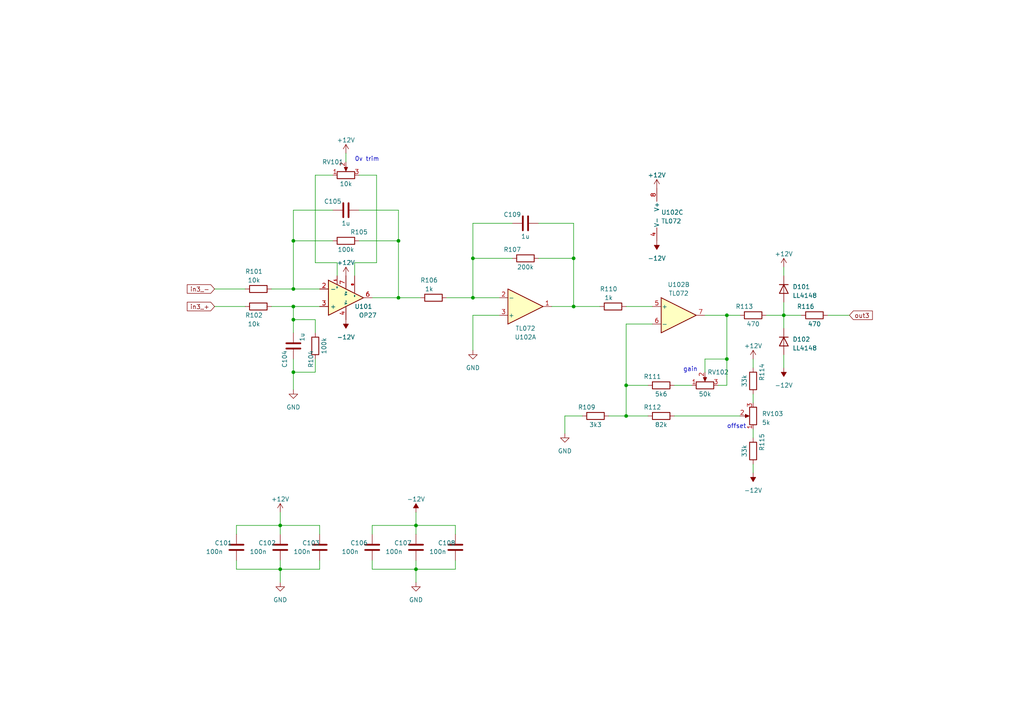
<source format=kicad_sch>
(kicad_sch (version 20230121) (generator eeschema)
  (paper "A4")
  (lib_symbols
    (symbol "Amplifier_Operational:TL072" (pin_names (offset 0.127))
      (property "Reference" "U" (at 0 5.08 0))
      (property "Value" "TL072" (at 0 -5.08 0))
      (symbol "TL072_1_1"
        (polyline (pts (xy -5.08 5.08) (xy 5.08 0) (xy -5.08 -5.08) (xy -5.08 5.08)) (stroke (width 0.254)) (fill (type background)))
        (pin output line (at 7.62 0 180) (length 2.54) (name "~") (number "1"))
        (pin input line (at -7.62 -2.54 0) (length 2.54) (name "-") (number "2"))
        (pin input line (at -7.62 2.54 0) (length 2.54) (name "+") (number "3"))
      )
      (symbol "TL072_2_1"
        (polyline (pts (xy -5.08 5.08) (xy 5.08 0) (xy -5.08 -5.08) (xy -5.08 5.08)) (stroke (width 0.254)) (fill (type background)))
        (pin input line (at -7.62 2.54 0) (length 2.54) (name "+") (number "5"))
        (pin input line (at -7.62 -2.54 0) (length 2.54) (name "-") (number "6"))
        (pin output line (at 7.62 0 180) (length 2.54) (name "~") (number "7"))
      )
      (symbol "TL072_3_1"
        (pin power_in line (at -2.54 -7.62 90) (length 3.81) (name "V-") (number "4"))
        (pin power_in line (at -2.54 7.62 270) (length 3.81) (name "V+") (number "8"))
      )
    )
    (symbol "Device:C" (pin_numbers hide) (pin_names (offset 0.254))
      (property "Reference" "C" (at 0.635 2.54 0))
      (property "Value" "C" (at 0.635 -2.54 0))
      (symbol "C_0_1"
        (polyline (pts (xy -2.032 -0.762) (xy 2.032 -0.762)) (stroke (width 0.508)))
        (polyline (pts (xy -2.032 0.762) (xy 2.032 0.762)) (stroke (width 0.508)))
      )
      (symbol "C_1_1"
        (pin passive line (at 0 3.81 270) (length 2.794) (name "~") (number "1"))
        (pin passive line (at 0 -3.81 90) (length 2.794) (name "~") (number "2"))
      )
    )
    (symbol "Device:R" (pin_numbers hide) (pin_names (offset 0))
      (property "Reference" "R" (at 2.032 0 90))
      (property "Value" "R" (at 0 0 90))
      (symbol "R_0_1"
        (rectangle (start -1.016 -2.54) (end 1.016 2.54) (stroke (width 0.254)))
      )
      (symbol "R_1_1"
        (pin passive line (at 0 3.81 270) (length 1.27) (name "~") (number "1"))
        (pin passive line (at 0 -3.81 90) (length 1.27) (name "~") (number "2"))
      )
    )
    (symbol "Device:R_Potentiometer" (pin_names (offset 1.016) hide)
      (property "Reference" "RV" (at -4.445 0 90))
      (property "Value" "R_Potentiometer" (at -2.54 0 90))
      (symbol "R_Potentiometer_0_1"
        (polyline (pts (xy 2.54 0) (xy 1.524 0)))
        (polyline (pts (xy 1.143 0) (xy 2.286 0.508) (xy 2.286 -0.508) (xy 1.143 0)) (fill (type outline)))
        (rectangle (start 1.016 2.54) (end -1.016 -2.54) (stroke (width 0.254)))
      )
      (symbol "R_Potentiometer_1_1"
        (pin passive line (at 0 3.81 270) (length 1.27) (name "1") (number "1"))
        (pin passive line (at 3.81 0 180) (length 1.27) (name "2") (number "2"))
        (pin passive line (at 0 -3.81 90) (length 1.27) (name "3") (number "3"))
      )
    )
    (symbol "Diode:LL4148" (pin_numbers hide) (pin_names hide)
      (property "Reference" "D" (at 0 2.54 0))
      (property "Value" "LL4148" (at 0 -2.54 0))
      (symbol "LL4148_0_1"
        (polyline (pts (xy -1.27 1.27) (xy -1.27 -1.27)) (stroke (width 0.254)))
        (polyline (pts (xy 1.27 0) (xy -1.27 0)))
        (polyline (pts (xy 1.27 1.27) (xy 1.27 -1.27) (xy -1.27 0) (xy 1.27 1.27)) (stroke (width 0.254)))
      )
      (symbol "LL4148_1_1"
        (pin passive line (at -3.81 0 0) (length 2.54) (name "K") (number "1"))
        (pin passive line (at 3.81 0 180) (length 2.54) (name "A") (number "2"))
      )
    )
    (symbol "pff_ic:LT1677"
      (property "Reference" "U" (at 7.62 -5.08 0))
      (property "Value" "LT1677" (at 0 0 0))
      (symbol "LT1677_0_1"
        (polyline (pts (xy -3.81 5.08) (xy 6.35 0) (xy -3.81 -5.08) (xy -3.81 5.08)) (stroke (width 0.254)) (fill (type background)))
      )
      (symbol "LT1677_1_1"
        (pin input line (at -1.27 6.35 270) (length 2.5) (name "TRIM1") (number "1"))
        (pin input line (at -6.35 2.54 0) (length 2.54) (name "-") (number "2"))
        (pin input line (at -6.35 -2.54 0) (length 2.54) (name "+") (number "3"))
        (pin power_in line (at 1.27 -6.35 90) (length 3.81) (name "V-") (number "4"))
        (pin no_connect line (at -1.27 -5.08 90) (length 1.27) hide (name "NC") (number "5"))
        (pin output line (at 8.89 0 180) (length 2.54) (name "~") (number "6"))
        (pin power_in line (at 1.27 6.35 270) (length 3.81) (name "V+") (number "7"))
        (pin input line (at 3.81 6.35 270) (length 5) (name "TRIM8") (number "8"))
      )
    )
    (symbol "power:+12V" (power) (pin_names (offset 0))
      (property "Value" "+12V" (at 0 3.556 0))
      (symbol "+12V_0_1"
        (polyline (pts (xy -0.762 1.27) (xy 0 2.54)))
        (polyline (pts (xy 0 0) (xy 0 2.54)))
        (polyline (pts (xy 0 2.54) (xy 0.762 1.27)))
      )
      (symbol "+12V_1_1"
        (pin power_in line (at 0 0 90) (length 0) hide (name "+12V") (number "1"))
      )
    )
    (symbol "power:-12V" (power) (pin_names (offset 0))
      (property "Value" "-12V" (at 0 3.81 0))
      (symbol "-12V_0_0"
        (pin power_in line (at 0 0 90) (length 0) hide (name "-12V") (number "1"))
      )
      (symbol "-12V_0_1"
        (polyline (pts (xy 0 0) (xy 0 1.27) (xy 0.762 1.27) (xy 0 2.54) (xy -0.762 1.27) (xy 0 1.27)) (fill (type outline)))
      )
    )
    (symbol "power:GND" (power) (pin_names (offset 0))
      (property "Value" "GND" (at 0 -3.81 0))
      (symbol "GND_0_1"
        (polyline (pts (xy 0 0) (xy 0 -1.27) (xy 1.27 -1.27) (xy 0 -2.54) (xy -1.27 -1.27) (xy 0 -1.27)))
      )
      (symbol "GND_1_1"
        (pin power_in line (at 0 0 270) (length 0) hide (name "GND") (number "1"))
      )
    )
  )
  (junction (at 81.28 152.4))
  (junction (at 115.57 86.36))
  (junction (at 210.82 104.14))
  (junction (at 85.09 69.85))
  (junction (at 85.09 83.82))
  (junction (at 85.09 107.95))
  (junction (at 120.65 165.1))
  (junction (at 115.57 69.85))
  (junction (at 137.16 86.36))
  (junction (at 227.33 91.44))
  (junction (at 166.37 88.9))
  (junction (at 85.09 88.9))
  (junction (at 137.16 74.93))
  (junction (at 181.61 120.65))
  (junction (at 166.37 74.93))
  (junction (at 120.65 152.4))
  (junction (at 85.09 92.71))
  (junction (at 181.61 111.76))
  (junction (at 210.82 91.44))
  (junction (at 81.28 165.1))
  (wire (pts (xy 85.09 88.9) (xy 92.71 88.9)))
  (wire (pts (xy 120.65 162.56) (xy 120.65 165.1)))
  (wire (pts (xy 115.57 86.36) (xy 107.95 86.36)))
  (wire (pts (xy 195.58 111.76) (xy 200.66 111.76)))
  (wire (pts (xy 120.65 165.1) (xy 120.65 168.91)))
  (wire (pts (xy 181.61 93.98) (xy 189.23 93.98)))
  (wire (pts (xy 210.82 91.44) (xy 214.63 91.44)))
  (wire (pts (xy 78.74 83.82) (xy 85.09 83.82)))
  (wire (pts (xy 109.22 76.2) (xy 102.87 76.2)))
  (wire (pts (xy 62.23 88.9) (xy 71.12 88.9)))
  (wire (pts (xy 204.47 107.95) (xy 204.47 104.14)))
  (wire (pts (xy 104.14 50.8) (xy 109.22 50.8)))
  (wire (pts (xy 91.44 96.52) (xy 91.44 92.71)))
  (wire (pts (xy 115.57 60.96) (xy 115.57 69.85)))
  (wire (pts (xy 144.78 91.44) (xy 137.16 91.44)))
  (wire (pts (xy 85.09 83.82) (xy 92.71 83.82)))
  (wire (pts (xy 195.58 120.65) (xy 214.63 120.65)))
  (wire (pts (xy 160.02 88.9) (xy 166.37 88.9)))
  (wire (pts (xy 227.33 102.87) (xy 227.33 106.68)))
  (wire (pts (xy 68.58 162.56) (xy 68.58 165.1)))
  (wire (pts (xy 227.33 77.47) (xy 227.33 80.01)))
  (wire (pts (xy 129.54 86.36) (xy 137.16 86.36)))
  (wire (pts (xy 81.28 154.94) (xy 81.28 152.4)))
  (wire (pts (xy 81.28 152.4) (xy 92.71 152.4)))
  (wire (pts (xy 91.44 107.95) (xy 91.44 104.14)))
  (wire (pts (xy 104.14 69.85) (xy 115.57 69.85)))
  (wire (pts (xy 91.44 76.2) (xy 97.79 76.2)))
  (wire (pts (xy 222.25 91.44) (xy 227.33 91.44)))
  (wire (pts (xy 148.59 64.77) (xy 137.16 64.77)))
  (wire (pts (xy 218.44 114.3) (xy 218.44 116.84)))
  (wire (pts (xy 115.57 86.36) (xy 121.92 86.36)))
  (wire (pts (xy 218.44 124.46) (xy 218.44 127)))
  (wire (pts (xy 85.09 96.52) (xy 85.09 92.71)))
  (wire (pts (xy 166.37 64.77) (xy 166.37 74.93)))
  (wire (pts (xy 227.33 91.44) (xy 227.33 95.25)))
  (wire (pts (xy 181.61 120.65) (xy 187.96 120.65)))
  (wire (pts (xy 107.95 152.4) (xy 120.65 152.4)))
  (wire (pts (xy 107.95 162.56) (xy 107.95 165.1)))
  (wire (pts (xy 107.95 154.94) (xy 107.95 152.4)))
  (wire (pts (xy 181.61 88.9) (xy 189.23 88.9)))
  (wire (pts (xy 115.57 69.85) (xy 115.57 86.36)))
  (wire (pts (xy 96.52 60.96) (xy 85.09 60.96)))
  (wire (pts (xy 120.65 152.4) (xy 120.65 154.94)))
  (wire (pts (xy 92.71 162.56) (xy 92.71 165.1)))
  (wire (pts (xy 96.52 50.8) (xy 91.44 50.8)))
  (wire (pts (xy 168.91 120.65) (xy 163.83 120.65)))
  (wire (pts (xy 81.28 165.1) (xy 92.71 165.1)))
  (wire (pts (xy 208.28 111.76) (xy 210.82 111.76)))
  (wire (pts (xy 240.03 91.44) (xy 246.38 91.44)))
  (wire (pts (xy 78.74 88.9) (xy 85.09 88.9)))
  (wire (pts (xy 137.16 74.93) (xy 137.16 86.36)))
  (wire (pts (xy 92.71 154.94) (xy 92.71 152.4)))
  (wire (pts (xy 91.44 50.8) (xy 91.44 76.2)))
  (wire (pts (xy 97.79 76.2) (xy 97.79 80.01)))
  (wire (pts (xy 210.82 91.44) (xy 204.47 91.44)))
  (wire (pts (xy 210.82 104.14) (xy 210.82 91.44)))
  (wire (pts (xy 210.82 111.76) (xy 210.82 104.14)))
  (wire (pts (xy 156.21 74.93) (xy 166.37 74.93)))
  (wire (pts (xy 85.09 60.96) (xy 85.09 69.85)))
  (wire (pts (xy 156.21 64.77) (xy 166.37 64.77)))
  (wire (pts (xy 132.08 154.94) (xy 132.08 152.4)))
  (wire (pts (xy 68.58 154.94) (xy 68.58 152.4)))
  (wire (pts (xy 227.33 87.63) (xy 227.33 91.44)))
  (wire (pts (xy 218.44 104.14) (xy 218.44 106.68)))
  (wire (pts (xy 120.65 148.59) (xy 120.65 152.4)))
  (wire (pts (xy 62.23 83.82) (xy 71.12 83.82)))
  (wire (pts (xy 107.95 165.1) (xy 120.65 165.1)))
  (wire (pts (xy 120.65 152.4) (xy 132.08 152.4)))
  (wire (pts (xy 85.09 107.95) (xy 91.44 107.95)))
  (wire (pts (xy 85.09 107.95) (xy 85.09 113.03)))
  (wire (pts (xy 204.47 104.14) (xy 210.82 104.14)))
  (wire (pts (xy 68.58 165.1) (xy 81.28 165.1)))
  (wire (pts (xy 181.61 120.65) (xy 176.53 120.65)))
  (wire (pts (xy 68.58 152.4) (xy 81.28 152.4)))
  (wire (pts (xy 85.09 69.85) (xy 85.09 83.82)))
  (wire (pts (xy 120.65 165.1) (xy 132.08 165.1)))
  (wire (pts (xy 102.87 76.2) (xy 102.87 80.01)))
  (wire (pts (xy 85.09 92.71) (xy 85.09 88.9)))
  (wire (pts (xy 181.61 111.76) (xy 181.61 93.98)))
  (wire (pts (xy 85.09 104.14) (xy 85.09 107.95)))
  (wire (pts (xy 166.37 74.93) (xy 166.37 88.9)))
  (wire (pts (xy 132.08 162.56) (xy 132.08 165.1)))
  (wire (pts (xy 81.28 148.59) (xy 81.28 152.4)))
  (wire (pts (xy 137.16 74.93) (xy 148.59 74.93)))
  (wire (pts (xy 137.16 86.36) (xy 144.78 86.36)))
  (wire (pts (xy 181.61 111.76) (xy 181.61 120.65)))
  (wire (pts (xy 100.33 44.45) (xy 100.33 46.99)))
  (wire (pts (xy 227.33 91.44) (xy 232.41 91.44)))
  (wire (pts (xy 137.16 91.44) (xy 137.16 101.6)))
  (wire (pts (xy 218.44 134.62) (xy 218.44 137.16)))
  (wire (pts (xy 81.28 162.56) (xy 81.28 165.1)))
  (wire (pts (xy 85.09 69.85) (xy 96.52 69.85)))
  (wire (pts (xy 187.96 111.76) (xy 181.61 111.76)))
  (wire (pts (xy 109.22 50.8) (xy 109.22 76.2)))
  (wire (pts (xy 81.28 165.1) (xy 81.28 168.91)))
  (wire (pts (xy 166.37 88.9) (xy 173.99 88.9)))
  (wire (pts (xy 104.14 60.96) (xy 115.57 60.96)))
  (wire (pts (xy 137.16 64.77) (xy 137.16 74.93)))
  (wire (pts (xy 163.83 120.65) (xy 163.83 125.73)))
  (wire (pts (xy 91.44 92.71) (xy 85.09 92.71)))
  (text "gain" (at 198.12 107.95 0) (effects (font (size 1.27 1.27)) (justify left bottom)))
  (text "offset" (at 210.82 124.46 0) (effects (font (size 1.27 1.27)) (justify left bottom)))
  (text "0v trim" (at 102.87 46.99 0) (effects (font (size 1.27 1.27)) (justify left bottom)))
  (global_label "in3_-" (shape input) (at 62.23 83.82 180) (property "Intersheetrefs" "${INTERSHEET_REFS}" (effects hide)))
  (global_label "out3" (shape input) (at 246.38 91.44 0) (property "Intersheetrefs" "${INTERSHEET_REFS}" (effects hide)))
  (global_label "in3_+" (shape input) (at 62.23 88.9 180) (property "Intersheetrefs" "${INTERSHEET_REFS}" (effects hide)))
  (symbol (lib_id "Device:C") (at 92.71 158.75 0) (unit 1)
    (property "Reference" "C103" (at 87.63 157.48 0) (effects (justify left)))
    (property "Value" "100n" (at 85.09 160.02 0) (effects (justify left)))
    (property "Footprint" "Capacitor_THT:C_Rect_L7.2mm_W4.5mm_P5.00mm_FKS2_FKP2_MKS2_MKP2" (effects hide))
    (instances (project "amp_green_island" (path "" (reference "C103") (unit 1)) (path "" (reference "C306") (unit 1))))
  )
  (symbol (lib_id "power:+12V") (at 100.33 44.45 0) (unit 1)
    (property "Reference" "#PWR0104" (effects hide))
    (property "Value" "+12V" (at 100.33 40.64 0))
    (instances (project "amp_green_island" (path "" (reference "#PWR0104") (unit 1)) (path "" (reference "#PWR0302") (unit 1))))
  )
  (symbol (lib_id "Device:R_Potentiometer") (at 100.33 50.8 90) (unit 1)
    (property "Reference" "RV101" (at 96.52 46.99 90))
    (property "Value" "10k" (at 100.33 53.34 90))
    (property "Footprint" "Potentiometer_SMD:Potentiometer_Bourns_3314G_Vertical" (effects hide))
    (instances (project "amp_green_island" (path "" (reference "RV101") (unit 1)) (path "" (reference "RV301") (unit 1))))
  )
  (symbol (lib_id "power:-12V") (at 120.65 148.59 0) (unit 1)
    (property "Reference" "#PWR0107" (effects hide))
    (property "Value" "-12V" (at 120.65 144.78 0))
    (instances (project "amp_green_island" (path "" (reference "#PWR0107") (unit 1)) (path "" (reference "#PWR0315") (unit 1))))
  )
  (symbol (lib_id "Device:R_Potentiometer") (at 218.44 120.65 180) (unit 1)
    (property "Reference" "RV103" (at 220.98 120.015 0) (effects (justify right)))
    (property "Value" "5k" (at 220.98 122.555 0) (effects (justify right)))
    (property "Footprint" "Potentiometer_SMD:Potentiometer_Bourns_3314G_Vertical" (effects hide))
    (instances (project "amp_green_island" (path "" (reference "RV103") (unit 1)) (path "" (reference "RV303") (unit 1))))
  )
  (symbol (lib_id "Device:R") (at 218.44 130.81 0) (unit 1)
    (property "Reference" "R115" (at 220.98 128.27 90))
    (property "Value" "33k" (at 215.9 130.81 90))
    (property "Footprint" "Resistor_SMD:R_MELF_MMB-0207" (effects hide))
    (instances (project "amp_green_island" (path "" (reference "R115") (unit 1)) (path "" (reference "R313") (unit 1))))
  )
  (symbol (lib_id "Device:C") (at 68.58 158.75 0) (unit 1)
    (property "Reference" "C101" (at 62.23 157.48 0) (effects (justify left)))
    (property "Value" "100n" (at 59.69 160.02 0) (effects (justify left)))
    (property "Footprint" "Capacitor_SMD:C_0805_2012Metric_Pad1.18x1.45mm_HandSolder" (effects hide))
    (instances (project "amp_green_island" (path "" (reference "C101") (unit 1)) (path "" (reference "C304") (unit 1))))
  )
  (symbol (lib_id "Device:R") (at 177.8 88.9 90) (unit 1)
    (property "Reference" "R110" (at 176.53 83.82 90))
    (property "Value" "1k" (at 176.53 86.36 90))
    (property "Footprint" "Resistor_SMD:R_0805_2012Metric_Pad1.20x1.40mm_HandSolder" (effects hide))
    (instances (project "amp_green_island" (path "" (reference "R110") (unit 1)) (path "" (reference "R308") (unit 1))))
  )
  (symbol (lib_id "Diode:LL4148") (at 227.33 83.82 270) (unit 1)
    (property "Reference" "D101" (at 229.87 83.185 90) (effects (justify left)))
    (property "Value" "LL4148" (at 229.87 85.725 90) (effects (justify left)))
    (property "Footprint" "Diode_SMD:D_MiniMELF" (effects hide))
    (property "Datasheet" "http://www.vishay.com/docs/85557/ll4148.pdf" (effects hide))
    (property "Sim.Device" "D" (effects hide))
    (property "Sim.Pins" "1=K 2=A" (effects hide))
    (instances (project "amp_green_island" (path "" (reference "D101") (unit 1)) (path "" (reference "D301") (unit 1))))
  )
  (symbol (lib_id "Device:C") (at 81.28 158.75 0) (unit 1)
    (property "Reference" "C102" (at 74.93 157.48 0) (effects (justify left)))
    (property "Value" "100n" (at 72.39 160.02 0) (effects (justify left)))
    (property "Footprint" "Capacitor_SMD:C_0805_2012Metric_Pad1.18x1.45mm_HandSolder" (effects hide))
    (instances (project "amp_green_island" (path "" (reference "C102") (unit 1)) (path "" (reference "C305") (unit 1))))
  )
  (symbol (lib_id "Device:R") (at 74.93 83.82 90) (unit 1)
    (property "Reference" "R101" (at 73.66 78.74 90))
    (property "Value" "10k" (at 73.66 81.28 90))
    (property "Footprint" "Resistor_SMD:R_0805_2012Metric_Pad1.20x1.40mm_HandSolder" (effects hide))
    (instances (project "amp_green_island" (path "" (reference "R101") (unit 1)) (path "" (reference "R301") (unit 1))))
  )
  (symbol (lib_id "Device:R_Potentiometer") (at 204.47 111.76 90) (unit 1)
    (property "Reference" "RV102" (at 208.28 107.95 90))
    (property "Value" "50k" (at 204.47 114.3 90))
    (property "Footprint" "Potentiometer_SMD:Potentiometer_Bourns_3314G_Vertical" (effects hide))
    (instances (project "amp_green_island" (path "" (reference "RV102") (unit 1)) (path "" (reference "RV302") (unit 1))))
  )
  (symbol (lib_id "Device:R") (at 236.22 91.44 90) (unit 1)
    (property "Reference" "R116" (at 233.68 88.9 90))
    (property "Value" "470" (at 236.22 93.98 90))
    (property "Footprint" "Resistor_SMD:R_MELF_MMB-0207" (effects hide))
    (instances (project "amp_green_island" (path "" (reference "R116") (unit 1)) (path "" (reference "R314") (unit 1))))
  )
  (symbol (lib_id "power:-12V") (at 190.5 69.85 180) (unit 1)
    (property "Reference" "#PWR0112" (effects hide))
    (property "Value" "-12V" (at 190.5 74.93 0))
    (instances (project "amp_green_island" (path "" (reference "#PWR0112") (unit 1)) (path "" (reference "#PWR0308") (unit 1))))
  )
  (symbol (lib_id "power:GND") (at 163.83 125.73 0) (unit 1)
    (property "Reference" "#PWR0110" (effects hide))
    (property "Value" "GND" (at 163.83 130.81 0))
    (instances (project "amp_green_island" (path "" (reference "#PWR0110") (unit 1)) (path "" (reference "#PWR0306") (unit 1))))
  )
  (symbol (lib_id "Device:C") (at 107.95 158.75 0) (unit 1)
    (property "Reference" "C106" (at 101.6 157.48 0) (effects (justify left)))
    (property "Value" "100n" (at 99.06 160.02 0) (effects (justify left)))
    (property "Footprint" "Capacitor_SMD:C_0805_2012Metric_Pad1.18x1.45mm_HandSolder" (effects hide))
    (instances (project "amp_green_island" (path "" (reference "C106") (unit 1)) (path "" (reference "C307") (unit 1))))
  )
  (symbol (lib_id "Device:R") (at 152.4 74.93 90) (unit 1)
    (property "Reference" "R107" (at 148.59 72.39 90))
    (property "Value" "200k" (at 152.4 77.47 90))
    (property "Footprint" "Resistor_SMD:R_MiniMELF_MMA-0204" (effects hide))
    (instances (project "amp_green_island" (path "" (reference "R107") (unit 1)) (path "" (reference "R306") (unit 1))))
  )
  (symbol (lib_id "power:GND") (at 81.28 168.91 0) (unit 1)
    (property "Reference" "#PWR0102" (effects hide))
    (property "Value" "GND" (at 81.28 173.99 0))
    (instances (project "amp_green_island" (path "" (reference "#PWR0102") (unit 1)) (path "" (reference "#PWR0314") (unit 1))))
  )
  (symbol (lib_id "power:-12V") (at 227.33 106.68 180) (unit 1)
    (property "Reference" "#PWR0116" (effects hide))
    (property "Value" "-12V" (at 227.33 111.76 0))
    (instances (project "amp_green_island" (path "" (reference "#PWR0116") (unit 1)) (path "" (reference "#PWR0312") (unit 1))))
  )
  (symbol (lib_id "power:GND") (at 137.16 101.6 0) (unit 1)
    (property "Reference" "#PWR0109" (effects hide))
    (property "Value" "GND" (at 137.16 106.68 0))
    (instances (project "amp_green_island" (path "" (reference "#PWR0109") (unit 1)) (path "" (reference "#PWR0305") (unit 1))))
  )
  (symbol (lib_id "Device:R") (at 191.77 120.65 90) (unit 1)
    (property "Reference" "R112" (at 189.23 118.11 90))
    (property "Value" "82k" (at 191.77 123.19 90))
    (property "Footprint" "Resistor_SMD:R_0805_2012Metric_Pad1.20x1.40mm_HandSolder" (effects hide))
    (instances (project "amp_green_island" (path "" (reference "R112") (unit 1)) (path "" (reference "R310") (unit 1))))
  )
  (symbol (lib_id "power:+12V") (at 227.33 77.47 0) (unit 1)
    (property "Reference" "#PWR0115" (effects hide))
    (property "Value" "+12V" (at 227.33 73.66 0))
    (instances (project "amp_green_island" (path "" (reference "#PWR0115") (unit 1)) (path "" (reference "#PWR0311") (unit 1))))
  )
  (symbol (lib_id "Device:R") (at 172.72 120.65 90) (unit 1)
    (property "Reference" "R109" (at 170.18 118.11 90))
    (property "Value" "3k3" (at 172.72 123.19 90))
    (property "Footprint" "Resistor_SMD:R_MiniMELF_MMA-0204" (effects hide))
    (instances (project "amp_green_island" (path "" (reference "R109") (unit 1)) (path "" (reference "R307") (unit 1))))
  )
  (symbol (lib_id "Device:R") (at 91.44 100.33 180) (unit 1)
    (property "Reference" "R104" (at 90.17 104.14 90))
    (property "Value" "100k" (at 93.98 100.33 90))
    (property "Footprint" "Resistor_SMD:R_0805_2012Metric_Pad1.20x1.40mm_HandSolder" (effects hide))
    (instances (project "amp_green_island" (path "" (reference "R104") (unit 1)) (path "" (reference "R303") (unit 1))))
  )
  (symbol (lib_id "power:+12V") (at 100.33 80.01 0) (unit 1)
    (property "Reference" "#PWR0105" (effects hide))
    (property "Value" "+12V" (at 100.33 76.2 0))
    (instances (project "amp_green_island" (path "" (reference "#PWR0105") (unit 1)) (path "" (reference "#PWR0303") (unit 1))))
  )
  (symbol (lib_id "Device:R") (at 218.44 91.44 90) (unit 1)
    (property "Reference" "R113" (at 215.9 88.9 90))
    (property "Value" "470" (at 218.44 93.98 90))
    (property "Footprint" "Resistor_SMD:R_MELF_MMB-0207" (effects hide))
    (instances (project "amp_green_island" (path "" (reference "R113") (unit 1)) (path "" (reference "R311") (unit 1))))
  )
  (symbol (lib_id "Device:C") (at 100.33 60.96 90) (unit 1)
    (property "Reference" "C105" (at 96.52 58.42 90))
    (property "Value" "1u" (at 100.33 64.77 90))
    (property "Footprint" "Capacitor_THT:C_Rect_L7.2mm_W7.2mm_P5.00mm_FKS2_FKP2_MKS2_MKP2" (effects hide))
    (instances (project "amp_green_island" (path "" (reference "C105") (unit 1)) (path "" (reference "C302") (unit 1))))
  )
  (symbol (lib_id "Device:R") (at 74.93 88.9 90) (unit 1)
    (property "Reference" "R102" (at 73.66 91.44 90))
    (property "Value" "10k" (at 73.66 93.98 90))
    (property "Footprint" "Resistor_SMD:R_0805_2012Metric_Pad1.20x1.40mm_HandSolder" (effects hide))
    (instances (project "amp_green_island" (path "" (reference "R102") (unit 1)) (path "" (reference "R302") (unit 1))))
  )
  (symbol (lib_id "Device:R") (at 218.44 110.49 0) (unit 1)
    (property "Reference" "R114" (at 220.98 107.95 90))
    (property "Value" "33k" (at 215.9 110.49 90))
    (property "Footprint" "Resistor_SMD:R_MELF_MMB-0207" (effects hide))
    (instances (project "amp_green_island" (path "" (reference "R114") (unit 1)) (path "" (reference "R312") (unit 1))))
  )
  (symbol (lib_id "power:+12V") (at 218.44 104.14 0) (unit 1)
    (property "Reference" "#PWR0113" (effects hide))
    (property "Value" "+12V" (at 218.44 100.33 0))
    (instances (project "amp_green_island" (path "" (reference "#PWR0113") (unit 1)) (path "" (reference "#PWR0309") (unit 1))))
  )
  (symbol (lib_id "Amplifier_Operational:TL072") (at 152.4 88.9 0) (mirror x) (unit 1)
    (property "Reference" "U102" (at 152.4 97.79 0))
    (property "Value" "TL072" (at 152.4 95.25 0))
    (property "Footprint" "Package_SO:SOIC-8-1EP_3.9x4.9mm_P1.27mm_EP2.41x3.81mm_ThermalVias" (effects hide))
    (property "Datasheet" "http://www.ti.com/lit/ds/symlink/tl071.pdf" (effects hide))
    (instances (project "amp_green_island" (path "" (reference "U102") (unit 1)) (path "" (reference "U302") (unit 1))))
  )
  (symbol (lib_id "power:-12V") (at 100.33 92.71 180) (unit 1)
    (property "Reference" "#PWR0106" (effects hide))
    (property "Value" "-12V" (at 100.33 97.79 0))
    (instances (project "amp_green_island" (path "" (reference "#PWR0106") (unit 1)) (path "" (reference "#PWR0304") (unit 1))))
  )
  (symbol (lib_id "power:+12V") (at 190.5 54.61 0) (unit 1)
    (property "Reference" "#PWR0111" (effects hide))
    (property "Value" "+12V" (at 190.5 50.8 0))
    (instances (project "amp_green_island" (path "" (reference "#PWR0111") (unit 1)) (path "" (reference "#PWR0307") (unit 1))))
  )
  (symbol (lib_id "Device:R") (at 191.77 111.76 90) (unit 1)
    (property "Reference" "R111" (at 189.23 109.22 90))
    (property "Value" "5k6" (at 191.77 114.3 90))
    (property "Footprint" "Resistor_SMD:R_0805_2012Metric_Pad1.20x1.40mm_HandSolder" (effects hide))
    (instances (project "amp_green_island" (path "" (reference "R111") (unit 1)) (path "" (reference "R309") (unit 1))))
  )
  (symbol (lib_id "Device:C") (at 85.09 100.33 180) (unit 1)
    (property "Reference" "C104" (at 82.55 104.14 90))
    (property "Value" "1u" (at 87.63 97.79 90))
    (property "Footprint" "Capacitor_THT:C_Rect_L7.2mm_W7.2mm_P5.00mm_FKS2_FKP2_MKS2_MKP2" (effects hide))
    (instances (project "amp_green_island" (path "" (reference "C104") (unit 1)) (path "" (reference "C301") (unit 1))))
  )
  (symbol (lib_id "power:GND") (at 85.09 113.03 0) (unit 1)
    (property "Reference" "#PWR0103" (effects hide))
    (property "Value" "GND" (at 85.09 118.11 0))
    (instances (project "amp_green_island" (path "" (reference "#PWR0103") (unit 1)) (path "" (reference "#PWR0301") (unit 1))))
  )
  (symbol (lib_id "Device:C") (at 120.65 158.75 0) (unit 1)
    (property "Reference" "C107" (at 114.3 157.48 0) (effects (justify left)))
    (property "Value" "100n" (at 111.76 160.02 0) (effects (justify left)))
    (property "Footprint" "Capacitor_SMD:C_0805_2012Metric_Pad1.18x1.45mm_HandSolder" (effects hide))
    (instances (project "amp_green_island" (path "" (reference "C107") (unit 1)) (path "" (reference "C308") (unit 1))))
  )
  (symbol (lib_id "Diode:LL4148") (at 227.33 99.06 270) (unit 1)
    (property "Reference" "D102" (at 229.87 98.425 90) (effects (justify left)))
    (property "Value" "LL4148" (at 229.87 100.965 90) (effects (justify left)))
    (property "Footprint" "Diode_SMD:D_MiniMELF" (effects hide))
    (property "Datasheet" "http://www.vishay.com/docs/85557/ll4148.pdf" (effects hide))
    (property "Sim.Device" "D" (effects hide))
    (property "Sim.Pins" "1=K 2=A" (effects hide))
    (instances (project "amp_green_island" (path "" (reference "D102") (unit 1)) (path "" (reference "D302") (unit 1))))
  )
  (symbol (lib_id "Amplifier_Operational:TL072") (at 193.04 62.23 0) (unit 3)
    (property "Reference" "U102" (at 191.77 61.595 0) (effects (justify left)))
    (property "Value" "TL072" (at 191.77 64.135 0) (effects (justify left)))
    (property "Footprint" "Package_SO:SOIC-8-1EP_3.9x4.9mm_P1.27mm_EP2.41x3.81mm_ThermalVias" (effects hide))
    (property "Datasheet" "http://www.ti.com/lit/ds/symlink/tl071.pdf" (effects hide))
    (instances (project "amp_green_island" (path "" (reference "U102") (unit 3)) (path "" (reference "U302") (unit 3))))
  )
  (symbol (lib_id "power:-12V") (at 218.44 137.16 180) (unit 1)
    (property "Reference" "#PWR0114" (effects hide))
    (property "Value" "-12V" (at 218.44 142.24 0))
    (instances (project "amp_green_island" (path "" (reference "#PWR0114") (unit 1)) (path "" (reference "#PWR0310") (unit 1))))
  )
  (symbol (lib_id "Device:C") (at 132.08 158.75 0) (unit 1)
    (property "Reference" "C108" (at 127 157.48 0) (effects (justify left)))
    (property "Value" "100n" (at 124.46 160.02 0) (effects (justify left)))
    (property "Footprint" "Capacitor_THT:C_Rect_L7.2mm_W4.5mm_P5.00mm_FKS2_FKP2_MKS2_MKP2" (effects hide))
    (instances (project "amp_green_island" (path "" (reference "C108") (unit 1)) (path "" (reference "C309") (unit 1))))
  )
  (symbol (lib_id "Device:R") (at 100.33 69.85 270) (mirror x) (unit 1)
    (property "Reference" "R105" (at 104.14 67.31 90))
    (property "Value" "100k" (at 100.33 72.39 90))
    (property "Footprint" "Resistor_SMD:R_0805_2012Metric_Pad1.20x1.40mm_HandSolder" (effects hide))
    (instances (project "amp_green_island" (path "" (reference "R105") (unit 1)) (path "" (reference "R304") (unit 1))))
  )
  (symbol (lib_id "Device:R") (at 125.73 86.36 90) (unit 1)
    (property "Reference" "R106" (at 124.46 81.28 90))
    (property "Value" "1k" (at 124.46 83.82 90))
    (property "Footprint" "Resistor_SMD:R_0805_2012Metric_Pad1.20x1.40mm_HandSolder" (effects hide))
    (instances (project "amp_green_island" (path "" (reference "R106") (unit 1)) (path "" (reference "R305") (unit 1))))
  )
  (symbol (lib_id "power:GND") (at 120.65 168.91 0) (unit 1)
    (property "Reference" "#PWR0108" (effects hide))
    (property "Value" "GND" (at 120.65 173.99 0))
    (instances (project "amp_green_island" (path "" (reference "#PWR0108") (unit 1)) (path "" (reference "#PWR0316") (unit 1))))
  )
  (symbol (lib_id "pff_ic:LT1677") (at 99.06 86.36 0) (unit 1)
    (property "Reference" "U101" (at 105.41 88.9 0))
    (property "Value" "OP27" (at 106.68 91.44 0))
    (property "Footprint" "Package_SO:SO-8_3.9x4.9mm_P1.27mm" (effects hide))
    (property "Datasheet" "https://www.analog.com/media/en/technical-documentation/data-sheets/1677fa.pdf" (effects hide))
    (instances (project "amp_green_island" (path "" (reference "U101") (unit 1)) (path "" (reference "U301") (unit 1))))
  )
  (symbol (lib_id "Amplifier_Operational:TL072") (at 196.85 91.44 0) (unit 2)
    (property "Reference" "U102" (at 196.85 82.55 0))
    (property "Value" "TL072" (at 196.85 85.09 0))
    (property "Footprint" "Package_SO:SOIC-8-1EP_3.9x4.9mm_P1.27mm_EP2.41x3.81mm_ThermalVias" (effects hide))
    (property "Datasheet" "http://www.ti.com/lit/ds/symlink/tl071.pdf" (effects hide))
    (instances (project "amp_green_island" (path "" (reference "U102") (unit 2)) (path "" (reference "U302") (unit 2))))
  )
  (symbol (lib_id "power:+12V") (at 81.28 148.59 0) (unit 1)
    (property "Reference" "#PWR0101" (effects hide))
    (property "Value" "+12V" (at 81.28 144.78 0))
    (instances (project "amp_green_island" (path "" (reference "#PWR0101") (unit 1)) (path "" (reference "#PWR0313") (unit 1))))
  )
  (symbol (lib_id "Device:C") (at 152.4 64.77 90) (unit 1)
    (property "Reference" "C109" (at 148.59 62.23 90))
    (property "Value" "1u" (at 152.4 68.58 90))
    (property "Footprint" "Capacitor_THT:C_Rect_L7.2mm_W7.2mm_P5.00mm_FKS2_FKP2_MKS2_MKP2" (effects hide))
    (instances (project "amp_green_island" (path "" (reference "C109") (unit 1)) (path "" (reference "C303") (unit 1))))
  )
)
</source>
